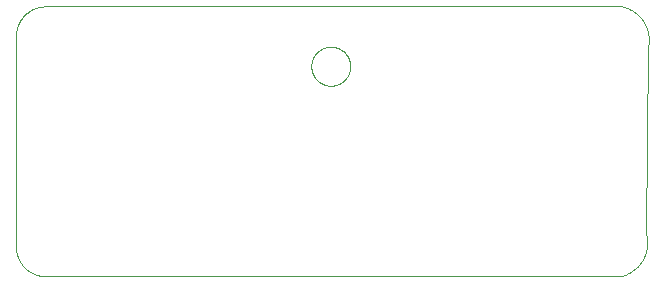
<source format=gko>
G04 EAGLE Gerber X2 export*
%TF.Part,Single*%
%TF.FileFunction,Other,outline*%
%TF.FilePolarity,Positive*%
%TF.GenerationSoftware,Autodesk,EAGLE,8.7.1*%
%TF.CreationDate,2018-03-26T18:39:30Z*%
G75*
%MOMM*%
%FSLAX34Y34*%
%LPD*%
%AMOC8*
5,1,8,0,0,1.08239X$1,22.5*%
G01*
%ADD10C,0.000000*%


D10*
X38100Y-25400D02*
X524510Y-25400D01*
X525196Y-25238D01*
X525877Y-25060D01*
X526554Y-24865D01*
X527226Y-24654D01*
X527893Y-24427D01*
X528554Y-24184D01*
X529209Y-23925D01*
X529858Y-23650D01*
X530499Y-23359D01*
X531134Y-23054D01*
X531761Y-22732D01*
X532380Y-22396D01*
X532991Y-22045D01*
X533593Y-21680D01*
X534186Y-21299D01*
X534770Y-20905D01*
X535344Y-20497D01*
X535907Y-20075D01*
X536461Y-19639D01*
X537004Y-19190D01*
X537536Y-18728D01*
X538056Y-18254D01*
X538565Y-17767D01*
X539063Y-17268D01*
X539547Y-16757D01*
X540020Y-16234D01*
X540479Y-15700D01*
X540926Y-15155D01*
X541359Y-14600D01*
X541779Y-14034D01*
X542185Y-13459D01*
X542577Y-12873D01*
X542954Y-12279D01*
X543317Y-11675D01*
X543666Y-11063D01*
X543999Y-10442D01*
X544318Y-9814D01*
X544621Y-9178D01*
X544909Y-8535D01*
X545181Y-7885D01*
X545437Y-7229D01*
X545678Y-6567D01*
X545902Y-5899D01*
X546110Y-5227D01*
X546302Y-4549D01*
X546478Y-3866D01*
X546636Y-3180D01*
X546779Y-2490D01*
X546904Y-1797D01*
X547013Y-1101D01*
X547105Y-403D01*
X547180Y298D01*
X547238Y1000D01*
X547279Y1703D01*
X547303Y2407D01*
X547310Y3111D01*
X547300Y3816D01*
X547273Y4520D01*
X547229Y5223D01*
X547168Y5924D01*
X547090Y6625D01*
X546995Y7323D01*
X546884Y8018D01*
X546755Y8711D01*
X546610Y9400D01*
X547880Y168300D01*
X548025Y168989D01*
X548154Y169682D01*
X548265Y170377D01*
X548360Y171075D01*
X548438Y171776D01*
X548499Y172477D01*
X548543Y173180D01*
X548570Y173884D01*
X548580Y174589D01*
X548573Y175293D01*
X548549Y175997D01*
X548508Y176700D01*
X548450Y177402D01*
X548375Y178103D01*
X548283Y178801D01*
X548174Y179497D01*
X548049Y180190D01*
X547906Y180880D01*
X547748Y181566D01*
X547572Y182249D01*
X547380Y182927D01*
X547172Y183599D01*
X546948Y184267D01*
X546707Y184929D01*
X546451Y185585D01*
X546179Y186235D01*
X545891Y186878D01*
X545588Y187514D01*
X545269Y188142D01*
X544936Y188763D01*
X544587Y189375D01*
X544224Y189979D01*
X543847Y190573D01*
X543455Y191159D01*
X543049Y191734D01*
X542629Y192300D01*
X542196Y192855D01*
X541749Y193400D01*
X541290Y193934D01*
X540817Y194457D01*
X540333Y194968D01*
X539835Y195467D01*
X539326Y195954D01*
X538806Y196428D01*
X538274Y196890D01*
X537731Y197339D01*
X537177Y197775D01*
X536614Y198197D01*
X536040Y198605D01*
X535456Y198999D01*
X534863Y199380D01*
X534261Y199745D01*
X533650Y200096D01*
X533031Y200432D01*
X532404Y200754D01*
X531769Y201059D01*
X531128Y201350D01*
X530479Y201625D01*
X529824Y201884D01*
X529163Y202127D01*
X528496Y202354D01*
X527824Y202565D01*
X527147Y202760D01*
X526466Y202938D01*
X525780Y203100D01*
X38000Y203100D01*
X37389Y203093D01*
X36778Y203070D01*
X36167Y203034D01*
X35558Y202982D01*
X34950Y202916D01*
X34344Y202835D01*
X33741Y202739D01*
X33139Y202629D01*
X32541Y202504D01*
X31945Y202365D01*
X31354Y202211D01*
X30766Y202044D01*
X30182Y201862D01*
X29603Y201666D01*
X29028Y201456D01*
X28460Y201232D01*
X27896Y200995D01*
X27339Y200744D01*
X26787Y200480D01*
X26243Y200202D01*
X25705Y199911D01*
X25174Y199608D01*
X24651Y199292D01*
X24135Y198963D01*
X23628Y198621D01*
X23129Y198268D01*
X22639Y197903D01*
X22158Y197526D01*
X21685Y197137D01*
X21223Y196737D01*
X20770Y196326D01*
X20328Y195905D01*
X19895Y195472D01*
X19474Y195030D01*
X19063Y194577D01*
X18663Y194115D01*
X18274Y193642D01*
X17897Y193161D01*
X17532Y192671D01*
X17179Y192172D01*
X16837Y191665D01*
X16508Y191149D01*
X16192Y190626D01*
X15889Y190095D01*
X15598Y189557D01*
X15320Y189013D01*
X15056Y188461D01*
X14805Y187904D01*
X14568Y187340D01*
X14344Y186772D01*
X14134Y186197D01*
X13938Y185618D01*
X13756Y185034D01*
X13589Y184446D01*
X13435Y183855D01*
X13296Y183259D01*
X13171Y182661D01*
X13061Y182059D01*
X12965Y181456D01*
X12884Y180850D01*
X12818Y180242D01*
X12766Y179633D01*
X12730Y179022D01*
X12707Y178411D01*
X12700Y177800D01*
X12700Y0D01*
X12707Y-614D01*
X12730Y-1227D01*
X12767Y-1840D01*
X12819Y-2451D01*
X12885Y-3062D01*
X12967Y-3670D01*
X13063Y-4276D01*
X13173Y-4880D01*
X13298Y-5481D01*
X13438Y-6079D01*
X13592Y-6673D01*
X13761Y-7263D01*
X13943Y-7849D01*
X14140Y-8430D01*
X14351Y-9007D01*
X14575Y-9578D01*
X14813Y-10144D01*
X15065Y-10704D01*
X15331Y-11257D01*
X15609Y-11804D01*
X15901Y-12344D01*
X16206Y-12877D01*
X16524Y-13402D01*
X16854Y-13920D01*
X17196Y-14429D01*
X17551Y-14930D01*
X17918Y-15422D01*
X18296Y-15905D01*
X18686Y-16379D01*
X19088Y-16843D01*
X19500Y-17298D01*
X19924Y-17742D01*
X20358Y-18176D01*
X20802Y-18600D01*
X21257Y-19012D01*
X21721Y-19414D01*
X22195Y-19804D01*
X22678Y-20182D01*
X23170Y-20549D01*
X23671Y-20904D01*
X24180Y-21246D01*
X24698Y-21576D01*
X25223Y-21894D01*
X25756Y-22199D01*
X26296Y-22491D01*
X26843Y-22769D01*
X27396Y-23035D01*
X27956Y-23287D01*
X28522Y-23525D01*
X29093Y-23749D01*
X29670Y-23960D01*
X30251Y-24157D01*
X30837Y-24339D01*
X31427Y-24508D01*
X32021Y-24662D01*
X32619Y-24802D01*
X33220Y-24927D01*
X33824Y-25037D01*
X34430Y-25133D01*
X35038Y-25215D01*
X35649Y-25281D01*
X36260Y-25333D01*
X36873Y-25370D01*
X37486Y-25393D01*
X38100Y-25400D01*
X262890Y152400D02*
X262895Y152805D01*
X262910Y153210D01*
X262935Y153615D01*
X262970Y154018D01*
X263014Y154421D01*
X263069Y154823D01*
X263133Y155223D01*
X263207Y155621D01*
X263291Y156017D01*
X263385Y156412D01*
X263488Y156803D01*
X263601Y157193D01*
X263723Y157579D01*
X263855Y157962D01*
X263996Y158342D01*
X264147Y158718D01*
X264306Y159091D01*
X264475Y159459D01*
X264653Y159823D01*
X264839Y160183D01*
X265035Y160538D01*
X265239Y160888D01*
X265451Y161233D01*
X265672Y161572D01*
X265902Y161907D01*
X266139Y162235D01*
X266384Y162557D01*
X266638Y162874D01*
X266898Y163184D01*
X267167Y163487D01*
X267443Y163784D01*
X267726Y164074D01*
X268016Y164357D01*
X268313Y164633D01*
X268616Y164902D01*
X268926Y165162D01*
X269243Y165416D01*
X269565Y165661D01*
X269893Y165898D01*
X270228Y166128D01*
X270567Y166349D01*
X270912Y166561D01*
X271262Y166765D01*
X271617Y166961D01*
X271977Y167147D01*
X272341Y167325D01*
X272709Y167494D01*
X273082Y167653D01*
X273458Y167804D01*
X273838Y167945D01*
X274221Y168077D01*
X274607Y168199D01*
X274997Y168312D01*
X275388Y168415D01*
X275783Y168509D01*
X276179Y168593D01*
X276577Y168667D01*
X276977Y168731D01*
X277379Y168786D01*
X277782Y168830D01*
X278185Y168865D01*
X278590Y168890D01*
X278995Y168905D01*
X279400Y168910D01*
X279805Y168905D01*
X280210Y168890D01*
X280615Y168865D01*
X281018Y168830D01*
X281421Y168786D01*
X281823Y168731D01*
X282223Y168667D01*
X282621Y168593D01*
X283017Y168509D01*
X283412Y168415D01*
X283803Y168312D01*
X284193Y168199D01*
X284579Y168077D01*
X284962Y167945D01*
X285342Y167804D01*
X285718Y167653D01*
X286091Y167494D01*
X286459Y167325D01*
X286823Y167147D01*
X287183Y166961D01*
X287538Y166765D01*
X287888Y166561D01*
X288233Y166349D01*
X288572Y166128D01*
X288907Y165898D01*
X289235Y165661D01*
X289557Y165416D01*
X289874Y165162D01*
X290184Y164902D01*
X290487Y164633D01*
X290784Y164357D01*
X291074Y164074D01*
X291357Y163784D01*
X291633Y163487D01*
X291902Y163184D01*
X292162Y162874D01*
X292416Y162557D01*
X292661Y162235D01*
X292898Y161907D01*
X293128Y161572D01*
X293349Y161233D01*
X293561Y160888D01*
X293765Y160538D01*
X293961Y160183D01*
X294147Y159823D01*
X294325Y159459D01*
X294494Y159091D01*
X294653Y158718D01*
X294804Y158342D01*
X294945Y157962D01*
X295077Y157579D01*
X295199Y157193D01*
X295312Y156803D01*
X295415Y156412D01*
X295509Y156017D01*
X295593Y155621D01*
X295667Y155223D01*
X295731Y154823D01*
X295786Y154421D01*
X295830Y154018D01*
X295865Y153615D01*
X295890Y153210D01*
X295905Y152805D01*
X295910Y152400D01*
X295905Y151995D01*
X295890Y151590D01*
X295865Y151185D01*
X295830Y150782D01*
X295786Y150379D01*
X295731Y149977D01*
X295667Y149577D01*
X295593Y149179D01*
X295509Y148783D01*
X295415Y148388D01*
X295312Y147997D01*
X295199Y147607D01*
X295077Y147221D01*
X294945Y146838D01*
X294804Y146458D01*
X294653Y146082D01*
X294494Y145709D01*
X294325Y145341D01*
X294147Y144977D01*
X293961Y144617D01*
X293765Y144262D01*
X293561Y143912D01*
X293349Y143567D01*
X293128Y143228D01*
X292898Y142893D01*
X292661Y142565D01*
X292416Y142243D01*
X292162Y141926D01*
X291902Y141616D01*
X291633Y141313D01*
X291357Y141016D01*
X291074Y140726D01*
X290784Y140443D01*
X290487Y140167D01*
X290184Y139898D01*
X289874Y139638D01*
X289557Y139384D01*
X289235Y139139D01*
X288907Y138902D01*
X288572Y138672D01*
X288233Y138451D01*
X287888Y138239D01*
X287538Y138035D01*
X287183Y137839D01*
X286823Y137653D01*
X286459Y137475D01*
X286091Y137306D01*
X285718Y137147D01*
X285342Y136996D01*
X284962Y136855D01*
X284579Y136723D01*
X284193Y136601D01*
X283803Y136488D01*
X283412Y136385D01*
X283017Y136291D01*
X282621Y136207D01*
X282223Y136133D01*
X281823Y136069D01*
X281421Y136014D01*
X281018Y135970D01*
X280615Y135935D01*
X280210Y135910D01*
X279805Y135895D01*
X279400Y135890D01*
X278995Y135895D01*
X278590Y135910D01*
X278185Y135935D01*
X277782Y135970D01*
X277379Y136014D01*
X276977Y136069D01*
X276577Y136133D01*
X276179Y136207D01*
X275783Y136291D01*
X275388Y136385D01*
X274997Y136488D01*
X274607Y136601D01*
X274221Y136723D01*
X273838Y136855D01*
X273458Y136996D01*
X273082Y137147D01*
X272709Y137306D01*
X272341Y137475D01*
X271977Y137653D01*
X271617Y137839D01*
X271262Y138035D01*
X270912Y138239D01*
X270567Y138451D01*
X270228Y138672D01*
X269893Y138902D01*
X269565Y139139D01*
X269243Y139384D01*
X268926Y139638D01*
X268616Y139898D01*
X268313Y140167D01*
X268016Y140443D01*
X267726Y140726D01*
X267443Y141016D01*
X267167Y141313D01*
X266898Y141616D01*
X266638Y141926D01*
X266384Y142243D01*
X266139Y142565D01*
X265902Y142893D01*
X265672Y143228D01*
X265451Y143567D01*
X265239Y143912D01*
X265035Y144262D01*
X264839Y144617D01*
X264653Y144977D01*
X264475Y145341D01*
X264306Y145709D01*
X264147Y146082D01*
X263996Y146458D01*
X263855Y146838D01*
X263723Y147221D01*
X263601Y147607D01*
X263488Y147997D01*
X263385Y148388D01*
X263291Y148783D01*
X263207Y149179D01*
X263133Y149577D01*
X263069Y149977D01*
X263014Y150379D01*
X262970Y150782D01*
X262935Y151185D01*
X262910Y151590D01*
X262895Y151995D01*
X262890Y152400D01*
M02*

</source>
